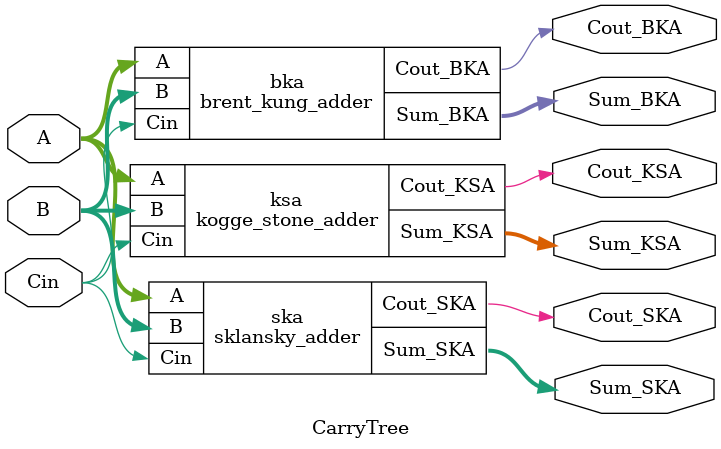
<source format=v>
`timescale 1ns / 1ps


module kogge_stone_adder(input [3:0] A, input [3:0] B, input Cin,
                         output [3:0] Sum_KSA, output Cout_KSA);
  wire [3:0] P = A ^ B;
  wire [3:0] G = A & B;
  wire [3:0] C;

  wire G1_0 = G[1] | (P[1] & G[0]);
  wire G2_1 = G[2] | (P[2] & G[1]);
  wire G3_2 = G[3] | (P[3] & G[2]);

  wire G2_0 = G2_1 | (P[2] & P[1] & G[0]);
  wire G3_0 = G3_2 | (P[3] & P[2] & P[1] & G[0]);

  assign C[0] = Cin;
  assign C[1] = G[0] | (P[0] & C[0]);
  assign C[2] = G1_0 | (P[1] & P[0] & C[0]);
  assign C[3] = G2_0 | (P[2] & P[1] & P[0] & C[0]);
  assign Cout_KSA = G3_0 | (P[3] & P[2] & P[1] & P[0] & C[0]);

  assign Sum_KSA = P ^ C;
endmodule


module brent_kung_adder(input [3:0] A, input [3:0] B, input Cin,
                        output [3:0] Sum_BKA, output Cout_BKA);
  wire [3:0] P = A ^ B;
  wire [3:0] G = A & B;
  wire [3:0] C;

  wire G1_0 = G[1] | (P[1] & G[0]);
  wire P1_0 = P[1] & P[0];
  wire G2_0 = G[2] | (P[2] & G1_0);
  wire P2_0 = P[2] & P1_0;
  wire G3_1 = G[3] | (P[3] & G[2]);

  assign C[0] = Cin;
  assign C[1] = G[0] | (P[0] & C[0]);
  assign C[2] = G1_0 | (P1_0 & C[0]);
  assign C[3] = G2_0 | (P2_0 & C[0]);
  assign Cout_BKA = G3_1 | (P[3] & G2_0);

  assign Sum_BKA = P ^ C;
endmodule


module sklansky_adder(input [3:0] A, input [3:0] B, input Cin,
                      output [3:0] Sum_SKA, output Cout_SKA);
  wire [3:0] P = A ^ B;
  wire [3:0] G = A & B;
  wire [3:0] C;

  wire G1_0 = G[1] | (P[1] & G[0]);
  wire P1_0 = P[1] & P[0];
  wire G3_2 = G[3] | (P[3] & G[2]);
  wire P3_2 = P[3] & P[2];
  wire G2_0 = G[2] | (P[2] & G1_0);
  wire P2_0 = P[2] & P1_0;
  wire G3_0 = G3_2 | (P3_2 & G1_0);

  assign C[0] = Cin;
  assign C[1] = G[0] | (P[0] & C[0]);
  assign C[2] = G1_0 | (P1_0 & C[0]);
  assign C[3] = G2_0 | (P2_0 & C[0]);
  assign Cout_SKA = G3_0 | (P[3] & G2_0);

  assign Sum_SKA = P ^ C;
endmodule


module CarryTree(input [3:0] A, input [3:0] B, input Cin,
                  output [3:0] Sum_KSA, output Cout_KSA,
                  output [3:0] Sum_BKA, output Cout_BKA,
                  output [3:0] Sum_SKA, output Cout_SKA);
  kogge_stone_adder ksa (.A(A), .B(B), .Cin(Cin), .Sum_KSA(Sum_KSA), .Cout_KSA(Cout_KSA));
  brent_kung_adder  bka (.A(A), .B(B), .Cin(Cin), .Sum_BKA(Sum_BKA), .Cout_BKA(Cout_BKA));
  sklansky_adder    ska (.A(A), .B(B), .Cin(Cin), .Sum_SKA(Sum_SKA), .Cout_SKA(Cout_SKA));
endmodule

</source>
